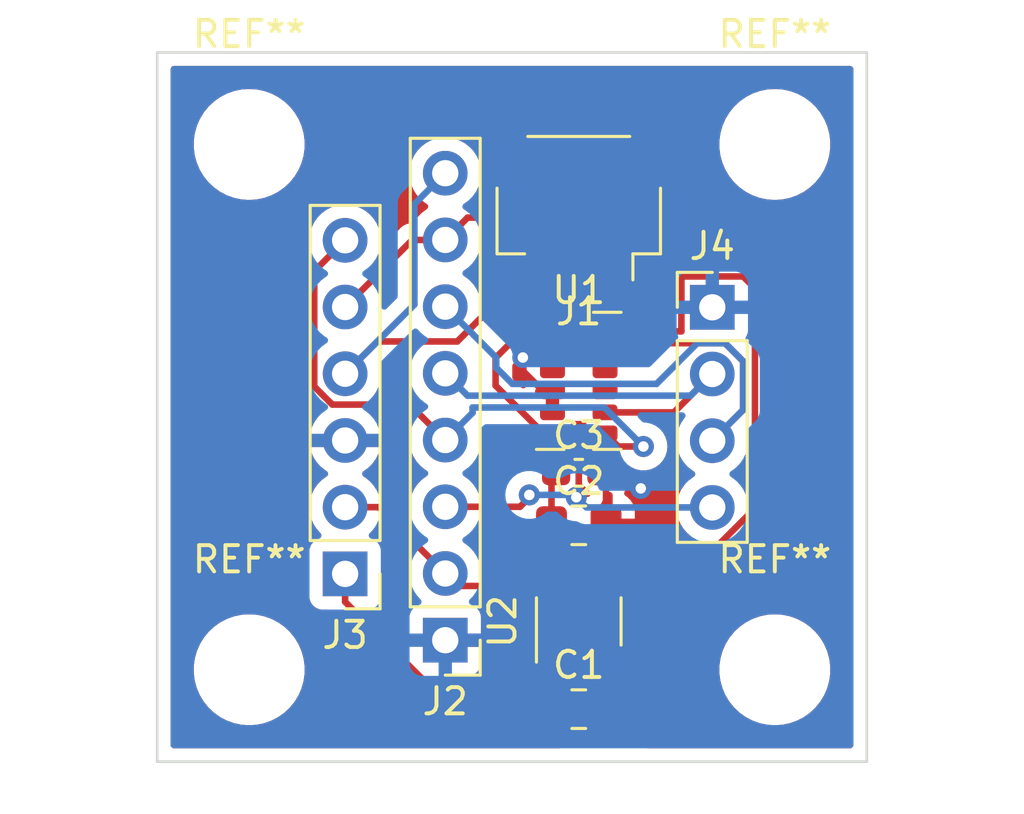
<source format=kicad_pcb>
(kicad_pcb (version 20211014) (generator pcbnew)
  (layers (0 "F.Cu" signal) (31 "B.Cu" signal) (34 "B.Paste" user) (35 "F.Paste" user) (36 "B.SilkS" user "B.Silkscreen") (37 "F.SilkS" user "F.Silkscreen") (38 "B.Mask" user) (39 "F.Mask" user) (44 "Edge.Cuts" user))
  (net 0 "")
  (net 1 "GND")
  (net 2 "SDA")
  (net 3 "SCL")
  (net 7 "Vin")
  (net 8 "3v3")
  (net 9 "CS")
  (net 10 "INT1")
  (net 11 "INT2")
  (net 12 "SDO")
  (footprint "MountingHole:MountingHole_3.2mm_M3" (layer "F.Cu") (at 10 10)
    (fp_text reference "REF**" (at 0 -4.2) (layer "F.SilkS"))
    (fp_text value "MountingHole_3.2mm_M3")
    (pad "" np_thru_hole circle (at 0 0) (size 3.2 3.2) (drill 3.2) (layers *.Cu *.Mask))
  )
  (footprint "Package_TO_SOT_SMD:SOT-23-5_HandSoldering" (layer "F.Cu") (at 2.54 8.16 90)
    (fp_text reference "U2" (at 0 -2.9 90) (layer "F.SilkS"))
    (fp_text value "AP2112K-3.3")
    (fp_line (start -0.9 1.61) (end 0.9 1.61) (layer "F.SilkS") (width 0.12))
    (fp_line (start 0.9 -1.61) (end -1.55 -1.61) (layer "F.SilkS") (width 0.12))
    (pad "1" smd rect (at -1.35 -0.95 90) (size 1.56 0.65) (layers "F.Cu" "F.Paste" "F.Mask") (net 7 "Vin"))
    (pad "2" smd rect (at -1.35 0 90) (size 1.56 0.65) (layers "F.Cu" "F.Paste" "F.Mask") (net 1 "GND"))
    (pad "3" smd rect (at -1.35 0.95 90) (size 1.56 0.65) (layers "F.Cu" "F.Paste" "F.Mask") (net 7 "Vin"))
    (pad "4" smd rect (at 1.35 0.95 90) (size 1.56 0.65) (layers "F.Cu" "F.Paste" "F.Mask"))
    (pad "5" smd rect (at 1.35 -0.95 90) (size 1.56 0.65) (layers "F.Cu" "F.Paste" "F.Mask") (net 8 "3v3"))
  )
  (footprint "Connector_JST:JST_SH_SM04B-SRSS-TB_1x04-1MP_P1.00mm_Horizontal" (layer "F.Cu") (at 2.54 -7.62 180)
    (fp_text reference "J1" (at 0 -3.98) (layer "F.SilkS"))
    (fp_text value "Conn_01x04")
    (fp_line (start 3.11 0.715) (end 3.11 -1.785) (layer "F.SilkS") (width 0.12))
    (fp_line (start -3.11 0.715) (end -3.11 -1.785) (layer "F.SilkS") (width 0.12))
    (fp_line (start 3.11 -1.785) (end 2.06 -1.785) (layer "F.SilkS") (width 0.12))
    (fp_line (start -3.11 -1.785) (end -2.06 -1.785) (layer "F.SilkS") (width 0.12))
    (fp_line (start -1.94 2.685) (end 1.94 2.685) (layer "F.SilkS") (width 0.12))
    (fp_line (start -2.06 -1.785) (end -2.06 -2.775) (layer "F.SilkS") (width 0.12))
    (pad "1" smd roundrect (at -1.5 -2 180) (size 0.6 1.55) (layers "F.Cu" "F.Paste" "F.Mask") (net 1 "GND"))
    (pad "2" smd roundrect (at -0.5 -2 180) (size 0.6 1.55) (layers "F.Cu" "F.Paste" "F.Mask") (net 8 "3v3"))
    (pad "3" smd roundrect (at 0.5 -2 180) (size 0.6 1.55) (layers "F.Cu" "F.Paste" "F.Mask") (net 2 "SDA"))
    (pad "4" smd roundrect (at 1.5 -2 180) (size 0.6 1.55) (layers "F.Cu" "F.Paste" "F.Mask") (net 3 "SCL"))
    (pad "MP" smd roundrect (at -2.8 1.875 180) (size 1.2 1.8) (layers "F.Cu" "F.Paste" "F.Mask") (roundrect_rratio 0.2083333333))
    (pad "MP" smd roundrect (at 2.8 1.875 180) (size 1.2 1.8) (layers "F.Cu" "F.Paste" "F.Mask") (roundrect_rratio 0.2083333333))
  )
  (footprint "Connector_PinHeader_2.54mm:PinHeader_1x08_P2.54mm_Vertical" (layer "F.Cu") (at -2.54 8.875 180)
    (fp_text reference "J2" (at 0 -2.33) (layer "F.SilkS"))
    (fp_text value "Conn_01x08")
    (fp_line (start -1.33 -1.33) (end 0 -1.33) (layer "F.SilkS") (width 0.12))
    (fp_line (start -1.33 19.11) (end 1.33 19.11) (layer "F.SilkS") (width 0.12))
    (fp_line (start -1.33 1.27) (end 1.33 1.27) (layer "F.SilkS") (width 0.12))
    (fp_line (start -1.33 0) (end -1.33 -1.33) (layer "F.SilkS") (width 0.12))
    (fp_line (start -1.33 1.27) (end -1.33 19.11) (layer "F.SilkS") (width 0.12))
    (fp_line (start 1.33 1.27) (end 1.33 19.11) (layer "F.SilkS") (width 0.12))
    (pad "1" thru_hole rect (at 0 0 180) (size 1.7 1.7) (drill 1) (layers *.Cu *.Mask) (net 1 "GND"))
    (pad "2" thru_hole oval (at 0 2.54 180) (size 1.7 1.7) (drill 1) (layers *.Cu *.Mask) (net 8 "3v3"))
    (pad "3" thru_hole oval (at 0 5.08 180) (size 1.7 1.7) (drill 1) (layers *.Cu *.Mask) (net 9 "CS"))
    (pad "4" thru_hole oval (at 0 7.62 180) (size 1.7 1.7) (drill 1) (layers *.Cu *.Mask) (net 10 "INT1"))
    (pad "5" thru_hole oval (at 0 10.16 180) (size 1.7 1.7) (drill 1) (layers *.Cu *.Mask) (net 11 "INT2"))
    (pad "6" thru_hole oval (at 0 12.7 180) (size 1.7 1.7) (drill 1) (layers *.Cu *.Mask) (net 12 "SDO"))
    (pad "7" thru_hole oval (at 0 15.24 180) (size 1.7 1.7) (drill 1) (layers *.Cu *.Mask) (net 2 "SDA"))
    (pad "8" thru_hole oval (at 0 17.78 180) (size 1.7 1.7) (drill 1) (layers *.Cu *.Mask) (net 3 "SCL"))
  )
  (footprint "MountingHole:MountingHole_3.2mm_M3" (layer "F.Cu") (at -10 10)
    (fp_text reference "REF**" (at 0 -4.2) (layer "F.SilkS"))
    (fp_text value "MountingHole_3.2mm_M3")
    (pad "" np_thru_hole circle (at 0 0) (size 3.2 3.2) (drill 3.2) (layers *.Cu *.Mask))
  )
  (footprint "Capacitor_SMD:C_0603_1608Metric_Pad1.08x0.95mm_HandSolder" (layer "F.Cu") (at 2.54 2.5)
    (fp_text reference "C3" (at 0 -1.43) (layer "F.SilkS"))
    (fp_text value "100nf")
    (fp_line (start -0.146267 0.51) (end 0.146267 0.51) (layer "F.SilkS") (width 0.12))
    (fp_line (start -0.146267 -0.51) (end 0.146267 -0.51) (layer "F.SilkS") (width 0.12))
    (pad "1" smd roundrect (at -0.8625 0) (size 1.075 0.95) (layers "F.Cu" "F.Paste" "F.Mask") (net 8 "3v3"))
    (pad "2" smd roundrect (at 0.8625 0) (size 1.075 0.95) (layers "F.Cu" "F.Paste" "F.Mask") (net 1 "GND"))
  )
  (footprint "Capacitor_SMD:C_0805_2012Metric_Pad1.18x1.45mm_HandSolder" (layer "F.Cu") (at 2.54 4.5)
    (fp_text reference "C2" (at 0 -1.68) (layer "F.SilkS"))
    (fp_text value "10uf")
    (fp_line (start -0.261252 -0.735) (end 0.261252 -0.735) (layer "F.SilkS") (width 0.12))
    (fp_line (start -0.261252 0.735) (end 0.261252 0.735) (layer "F.SilkS") (width 0.12))
    (pad "1" smd roundrect (at -1.0375 0) (size 1.175 1.45) (layers "F.Cu" "F.Paste" "F.Mask") (roundrect_rratio 0.2127659574) (net 8 "3v3"))
    (pad "2" smd roundrect (at 1.0375 0) (size 1.175 1.45) (layers "F.Cu" "F.Paste" "F.Mask") (roundrect_rratio 0.2127659574) (net 1 "GND"))
  )
  (footprint "Connector_PinHeader_2.54mm:PinHeader_1x06_P2.54mm_Vertical" (layer "F.Cu") (at -6.35 6.35 180)
    (fp_text reference "J3" (at 0 -2.33) (layer "F.SilkS"))
    (fp_text value "Conn_01x06")
    (fp_line (start -1.33 1.27) (end 1.33 1.27) (layer "F.SilkS") (width 0.12))
    (fp_line (start -1.33 -1.33) (end 0 -1.33) (layer "F.SilkS") (width 0.12))
    (fp_line (start 1.33 1.27) (end 1.33 14.03) (layer "F.SilkS") (width 0.12))
    (fp_line (start -1.33 1.27) (end -1.33 14.03) (layer "F.SilkS") (width 0.12))
    (fp_line (start -1.33 14.03) (end 1.33 14.03) (layer "F.SilkS") (width 0.12))
    (fp_line (start -1.33 0) (end -1.33 -1.33) (layer "F.SilkS") (width 0.12))
    (pad "1" thru_hole rect (at 0 0 180) (size 1.7 1.7) (drill 1) (layers *.Cu *.Mask) (net 7 "Vin"))
    (pad "2" thru_hole oval (at 0 2.54 180) (size 1.7 1.7) (drill 1) (layers *.Cu *.Mask) (net 8 "3v3"))
    (pad "3" thru_hole oval (at 0 5.08 180) (size 1.7 1.7) (drill 1) (layers *.Cu *.Mask) (net 1 "GND"))
    (pad "4" thru_hole oval (at 0 7.62 180) (size 1.7 1.7) (drill 1) (layers *.Cu *.Mask) (net 3 "SCL"))
    (pad "5" thru_hole oval (at 0 10.16 180) (size 1.7 1.7) (drill 1) (layers *.Cu *.Mask) (net 2 "SDA"))
    (pad "6" thru_hole oval (at 0 12.7 180) (size 1.7 1.7) (drill 1) (layers *.Cu *.Mask) (net 10 "INT1"))
  )
  (footprint "MountingHole:MountingHole_3.2mm_M3" (layer "F.Cu") (at -10 -10)
    (fp_text reference "REF**" (at 0 -4.2) (layer "F.SilkS"))
    (fp_text value "MountingHole_3.2mm_M3")
    (pad "" np_thru_hole circle (at 0 0) (size 3.2 3.2) (drill 3.2) (layers *.Cu *.Mask))
  )
  (footprint "Package_LGA:LGA-14_3x5mm_P0.8mm_LayoutBorder1x6y" (layer "F.Cu") (at 2.54 -1)
    (fp_text reference "U1" (at 0 -3.45) (layer "F.SilkS"))
    (fp_text value "ADXL343")
    (fp_line (start 0.56 -2.61) (end 1.61 -2.61) (layer "F.SilkS") (width 0.12))
    (fp_line (start 0.56 2.61) (end 1.61 2.61) (layer "F.SilkS") (width 0.12))
    (fp_line (start -0.56 2.61) (end -1.61 2.61) (layer "F.SilkS") (width 0.12))
    (pad "1" smd roundrect (at -1 -2) (size 0.95 0.6) (layers "F.Cu" "F.Paste" "F.Mask") (net 8 "3v3"))
    (pad "2" smd roundrect (at -1 -1.2) (size 0.95 0.6) (layers "F.Cu" "F.Paste" "F.Mask") (net 1 "GND"))
    (pad "3" smd roundrect (at -1 -0.4) (size 0.95 0.6) (layers "F.Cu" "F.Paste" "F.Mask"))
    (pad "4" smd roundrect (at -1 0.4) (size 0.95 0.6) (layers "F.Cu" "F.Paste" "F.Mask") (net 1 "GND"))
    (pad "5" smd roundrect (at -1 1.2) (size 0.95 0.6) (layers "F.Cu" "F.Paste" "F.Mask") (net 1 "GND"))
    (pad "6" smd roundrect (at -1 2) (size 0.95 0.6) (layers "F.Cu" "F.Paste" "F.Mask") (net 8 "3v3"))
    (pad "7" smd roundrect (at 0 2) (size 0.6 0.95) (layers "F.Cu" "F.Paste" "F.Mask") (net 9 "CS"))
    (pad "8" smd roundrect (at 1 2) (size 0.95 0.6) (layers "F.Cu" "F.Paste" "F.Mask") (net 10 "INT1"))
    (pad "9" smd roundrect (at 1 1.2) (size 0.95 0.6) (layers "F.Cu" "F.Paste" "F.Mask") (net 11 "INT2"))
    (pad "10" smd roundrect (at 1 0.4) (size 0.95 0.6) (layers "F.Cu" "F.Paste" "F.Mask"))
    (pad "11" smd roundrect (at 1 -0.4) (size 0.95 0.6) (layers "F.Cu" "F.Paste" "F.Mask"))
    (pad "12" smd roundrect (at 1 -1.2) (size 0.95 0.6) (layers "F.Cu" "F.Paste" "F.Mask") (net 12 "SDO"))
    (pad "13" smd roundrect (at 1 -2) (size 0.95 0.6) (layers "F.Cu" "F.Paste" "F.Mask") (net 2 "SDA"))
    (pad "14" smd roundrect (at 0 -2) (size 0.6 0.95) (layers "F.Cu" "F.Paste" "F.Mask") (net 3 "SCL"))
  )
  (footprint "Capacitor_SMD:C_0805_2012Metric_Pad1.18x1.45mm_HandSolder" (layer "F.Cu") (at 2.54 11.5)
    (fp_text reference "C1" (at 0 -1.68) (layer "F.SilkS"))
    (fp_text value "10uf")
    (fp_line (start -0.261252 -0.735) (end 0.261252 -0.735) (layer "F.SilkS") (width 0.12))
    (fp_line (start -0.261252 0.735) (end 0.261252 0.735) (layer "F.SilkS") (width 0.12))
    (pad "1" smd roundrect (at -1.0375 0) (size 1.175 1.45) (layers "F.Cu" "F.Paste" "F.Mask") (roundrect_rratio 0.2127659574) (net 7 "Vin"))
    (pad "2" smd roundrect (at 1.0375 0) (size 1.175 1.45) (layers "F.Cu" "F.Paste" "F.Mask") (roundrect_rratio 0.2127659574) (net 1 "GND"))
  )
  (footprint "MountingHole:MountingHole_3.2mm_M3" (layer "F.Cu") (at 10 -10)
    (fp_text reference "REF**" (at 0 -4.2) (layer "F.SilkS"))
    (fp_text value "MountingHole_3.2mm_M3")
    (pad "" np_thru_hole circle (at 0 0) (size 3.2 3.2) (drill 3.2) (layers *.Cu *.Mask))
  )
  (footprint "Connector_PinHeader_2.54mm:PinHeader_1x04_P2.54mm_Vertical" (layer "F.Cu") (at 7.62 -3.8)
    (fp_text reference "J4" (at 0 -2.33) (layer "F.SilkS"))
    (fp_text value "Conn_01x04")
    (fp_line (start -1.33 -1.33) (end 0 -1.33) (layer "F.SilkS") (width 0.12))
    (fp_line (start -1.33 1.27) (end -1.33 8.95) (layer "F.SilkS") (width 0.12))
    (fp_line (start 1.33 1.27) (end 1.33 8.95) (layer "F.SilkS") (width 0.12))
    (fp_line (start -1.33 0) (end -1.33 -1.33) (layer "F.SilkS") (width 0.12))
    (fp_line (start -1.33 1.27) (end 1.33 1.27) (layer "F.SilkS") (width 0.12))
    (fp_line (start -1.33 8.95) (end 1.33 8.95) (layer "F.SilkS") (width 0.12))
    (pad "1" thru_hole rect (at 0 0) (size 1.7 1.7) (drill 1) (layers *.Cu *.Mask) (net 1 "GND"))
    (pad "2" thru_hole oval (at 0 2.54) (size 1.7 1.7) (drill 1) (layers *.Cu *.Mask) (net 11 "INT2"))
    (pad "3" thru_hole oval (at 0 5.08) (size 1.7 1.7) (drill 1) (layers *.Cu *.Mask) (net 12 "SDO"))
    (pad "4" thru_hole oval (at 0 7.62) (size 1.7 1.7) (drill 1) (layers *.Cu *.Mask) (net 9 "CS"))
  )
  (gr_line (start -13.5 13.5) (end -13.5 -13.5) (layer "Edge.Cuts") (width 0.1))
  (gr_line (start -13.5 -13.5) (end 13.5 -13.5) (layer "Edge.Cuts") (width 0.1))
  (gr_line (start 13.5 -13.5) (end 13.5 13.5) (layer "Edge.Cuts") (width 0.1))
  (gr_line (start 13.5 13.5) (end -13.5 13.5) (layer "Edge.Cuts") (width 0.1))
  (segment (start 1.193928 -0.6) (end 0.412299 -1.381629) (width 0.25) (layer "F.Cu") (net 1))
  (segment (start 3.5775 4.5) (end 3.5775 2.675) (width 0.25) (layer "F.Cu") (net 1))
  (segment (start 3.5775 2.675) (end 3.4025 2.5) (width 0.25) (layer "F.Cu") (net 1))
  (segment (start 3.4025 2.5) (end 4.2 2.5) (width 0.25) (layer "F.Cu") (net 1))
  (segment (start 0.412299 -1.381629) (end 0.412299 -1.887701) (width 0.25) (layer "F.Cu") (net 1))
  (segment (start 1.54 -0.6) (end 1.886072 -0.6) (width 0.25) (layer "F.Cu") (net 1))
  (segment (start 4.9 3.2) (end 4.9 3.0955) (width 0.25) (layer "F.Cu") (net 1))
  (segment (start 0.3 -2) (end 0.412299 -1.887701) (width 0.25) (layer "F.Cu") (net 1))
  (segment (start 1.54 -0.6) (end 1.54 0.2) (width 0.25) (layer "F.Cu") (net 1))
  (segment (start 0.5 -2.2) (end 0.3 -2) (width 0.25) (layer "F.Cu") (net 1))
  (segment (start 1.54 -2.2) (end 0.5 -2.2) (width 0.25) (layer "F.Cu") (net 1))
  (segment (start 4.2 2.5) (end 4.9 3.2) (width 0.25) (layer "F.Cu") (net 1))
  (segment (start 1.54 -0.6) (end 1.193928 -0.6) (width 0.25) (layer "F.Cu") (net 1))
  (segment (start 1 -0.6) (end 1.54 -0.6) (width 0.25) (layer "F.Cu") (net 1))
  (via (at 0.412299 -1.887701) (size 0.8) (drill 0.4) (layers "F.Cu" "B.Cu") (net 1))
  (via (at 4.9 3.0955) (size 0.8) (drill 0.4) (layers "F.Cu" "B.Cu") (net 1))
  (segment (start 3.54 -3) (end 3.54 -3.673928) (width 0.25) (layer "F.Cu") (net 2))
  (segment (start 3.54 -3.673928) (end 2.04 -5.173928) (width 0.25) (layer "F.Cu") (net 2))
  (segment (start 2.04 -6.066072) (end 0.891072 -7.215) (width 0.25) (layer "F.Cu") (net 2))
  (segment (start 0.891072 -7.215) (end -1.69 -7.215) (width 0.25) (layer "F.Cu") (net 2))
  (segment (start -2.54 -6.365) (end -3.795 -6.365) (width 0.25) (layer "F.Cu") (net 2))
  (segment (start -1.69 -7.215) (end -2.54 -6.365) (width 0.25) (layer "F.Cu") (net 2))
  (segment (start -3.795 -6.365) (end -6.35 -3.81) (width 0.25) (layer "F.Cu") (net 2))
  (segment (start 2.04 -5.173928) (end 2.04 -5.62) (width 0.25) (layer "F.Cu") (net 2))
  (segment (start 2.04 -5.62) (end 2.04 -6.066072) (width 0.25) (layer "F.Cu") (net 2))
  (segment (start 2.54 -3.673928) (end 1.04 -5.173928) (width 0.25) (layer "F.Cu") (net 3))
  (segment (start 2.54 -3) (end 2.54 -3.673928) (width 0.25) (layer "F.Cu") (net 3))
  (segment (start 1.04 -5.62) (end -2.08 -2.5) (width 0.25) (layer "F.Cu") (net 3))
  (segment (start -5.12 -2.5) (end -6.35 -1.27) (width 0.25) (layer "F.Cu") (net 3))
  (segment (start 1.04 -5.173928) (end 1.04 -5.62) (width 0.25) (layer "F.Cu") (net 3))
  (segment (start -2.08 -2.5) (end -5.12 -2.5) (width 0.25) (layer "F.Cu") (net 3))
  (segment (start -6.35 -1.27) (end -3.714511 -3.905489) (width 0.25) (layer "B.Cu") (net 3))
  (segment (start -3.714511 -3.905489) (end -3.714511 -7.730489) (width 0.25) (layer "B.Cu") (net 3))
  (segment (start -3.714511 -7.730489) (end -2.54 -8.905) (width 0.25) (layer "B.Cu") (net 3))
  (segment (start -6.35 6.35) (end -6.35 7.414022) (width 0.25) (layer "F.Cu") (net 7))
  (segment (start 1.5025 9.5975) (end 1.59 9.51) (width 0.25) (layer "F.Cu") (net 7))
  (segment (start 4.48952 10.50952) (end 4.48952 12.51048) (width 0.25) (layer "F.Cu") (net 7))
  (segment (start 3.49 9.51) (end 4.48952 10.50952) (width 0.25) (layer "F.Cu") (net 7))
  (segment (start -2.264022 11.5) (end 1.5025 11.5) (width 0.25) (layer "F.Cu") (net 7))
  (segment (start 1.5025 11.5) (end 1.5025 9.5975) (width 0.25) (layer "F.Cu") (net 7))
  (segment (start -6.35 7.414022) (end -2.264022 11.5) (width 0.25) (layer "F.Cu") (net 7))
  (segment (start 2.55202 12.54952) (end 1.5025 11.5) (width 0.25) (layer "F.Cu") (net 7))
  (segment (start 4.48952 12.51048) (end 4.45048 12.54952) (width 0.25) (layer "F.Cu") (net 7))
  (segment (start 4.45048 12.54952) (end 2.55202 12.54952) (width 0.25) (layer "F.Cu") (net 7))
  (segment (start -2.54 6.335) (end -5.065 3.81) (width 0.25) (layer "F.Cu") (net 8))
  (segment (start 3.04 -5.62) (end 3.04 -5.173928) (width 0.25) (layer "F.Cu") (net 8))
  (segment (start 9.244031 3.856979) (end 7.395521 5.705489) (width 0.25) (layer "F.Cu") (net 8))
  (segment (start 7.395521 5.705489) (end 2.694511 5.705489) (width 0.25) (layer "F.Cu") (net 8))
  (segment (start 1.193928 1) (end -0.624511 -0.818439) (width 0.25) (layer "F.Cu") (net 8))
  (segment (start 8.794511 -4.974511) (end 9.244031 -4.524991) (width 0.25) (layer "F.Cu") (net 8))
  (segment (start 0.5 -3) (end 1.54 -3) (width 0.25) (layer "F.Cu") (net 8))
  (segment (start 1.5025 4.5) (end 1.5025 2.675) (width 0.25) (layer "F.Cu") (net 8))
  (segment (start 3.04 -5.173928) (end 5.329897 -2.884031) (width 0.25) (layer "F.Cu") (net 8))
  (segment (start 6.445489 -4.974511) (end 8.794511 -4.974511) (width 0.25) (layer "F.Cu") (net 8))
  (segment (start 1.59 6.81) (end -2.065 6.81) (width 0.25) (layer "F.Cu") (net 8))
  (segment (start 5.329897 -2.884031) (end 6.445489 -2.884031) (width 0.25) (layer "F.Cu") (net 8))
  (segment (start 9.244031 -4.524991) (end 9.244031 3.856979) (width 0.25) (layer "F.Cu") (net 8))
  (segment (start -0.624511 -1.875489) (end 0.5 -3) (width 0.25) (layer "F.Cu") (net 8))
  (segment (start 6.445489 -2.884031) (end 6.445489 -4.974511) (width 0.25) (layer "F.Cu") (net 8))
  (segment (start 1.6775 1.1375) (end 1.54 1) (width 0.25) (layer "F.Cu") (net 8))
  (segment (start 1.5025 2.675) (end 1.6775 2.5) (width 0.25) (layer "F.Cu") (net 8))
  (segment (start -2.065 6.81) (end -2.54 6.335) (width 0.25) (layer "F.Cu") (net 8))
  (segment (start -5.065 3.81) (end -6.35 3.81) (width 0.25) (layer "F.Cu") (net 8))
  (segment (start 1.6775 2.5) (end 1.6775 1.1375) (width 0.25) (layer "F.Cu") (net 8))
  (segment (start 1.59 4.5875) (end 1.5025 4.5) (width 0.25) (layer "F.Cu") (net 8))
  (segment (start 2.694511 5.705489) (end 1.59 6.81) (width 0.25) (layer "F.Cu") (net 8))
  (segment (start 1.54 1) (end 1.193928 1) (width 0.25) (layer "F.Cu") (net 8))
  (segment (start -0.624511 -0.818439) (end -0.624511 -1.875489) (width 0.25) (layer "F.Cu") (net 8))
  (segment (start 1.59 6.81) (end 1.59 4.5875) (width 0.25) (layer "F.Cu") (net 8))
  (segment (start 0.305 3.795) (end 0.7 3.4) (width 0.25) (layer "F.Cu") (net 9))
  (segment (start 2.54 2.969816) (end 2.54 2.04) (width 0.25) (layer "F.Cu") (net 9))
  (segment (start 0.7 3.4) (end 0.65792 3.35792) (width 0.25) (layer "F.Cu") (net 9))
  (segment (start -2.54 3.795) (end 0.305 3.795) (width 0.25) (layer "F.Cu") (net 9))
  (segment (start 7.62 3.82) (end 7.09952 3.29952) (width 0.25) (layer "F.Cu") (net 9))
  (segment (start 2.54 2.04) (end 2.54 1) (width 0.25) (layer "F.Cu") (net 9))
  (segment (start 0.65792 3.35792) (end 0.65792 3.343442) (width 0.25) (layer "F.Cu") (net 9))
  (segment (start 2.869704 3.29952) (end 2.54 2.969816) (width 0.25) (layer "F.Cu") (net 9))
  (segment (start 2.446841 3.43053) (end 2.54 3.337371) (width 0.25) (layer "F.Cu") (net 9))
  (segment (start 2.54 3.337371) (end 2.54 2.04) (width 0.25) (layer "F.Cu") (net 9))
  (via (at 2.446841 3.43053) (size 0.8) (drill 0.4) (layers "F.Cu" "B.Cu") (net 9))
  (via (at 0.65792 3.343442) (size 0.8) (drill 0.4) (layers "F.Cu" "B.Cu") (net 9))
  (segment (start 2.33053 3.43053) (end 2.446841 3.43053) (width 0.25) (layer "B.Cu") (net 9))
  (segment (start 0.65792 3.343442) (end 2.243442 3.343442) (width 0.25) (layer "B.Cu") (net 9))
  (segment (start 2.243442 3.343442) (end 2.33053 3.43053) (width 0.25) (layer "B.Cu") (net 9))
  (segment (start 2.836311 3.82) (end 2.446841 3.43053) (width 0.25) (layer "B.Cu") (net 9))
  (segment (start 7.595 3.795) (end 7.62 3.82) (width 0.25) (layer "B.Cu") (net 9))
  (segment (start 7.62 3.82) (end 2.836311 3.82) (width 0.25) (layer "B.Cu") (net 9))
  (segment (start 5 1.5) (end 4.04 1.5) (width 0.25) (layer "F.Cu") (net 10))
  (segment (start -7.524511 -5.175489) (end -7.524511 -0.783501) (width 0.25) (layer "F.Cu") (net 10))
  (segment (start 4.04 1.5) (end 3.54 1) (width 0.25) (layer "F.Cu") (net 10))
  (segment (start -7.524511 -0.783501) (end -6.836499 -0.095489) (width 0.25) (layer "F.Cu") (net 10))
  (segment (start -3.890489 -0.095489) (end -2.54 1.255) (width 0.25) (layer "F.Cu") (net 10))
  (segment (start -6.35 -6.35) (end -7.524511 -5.175489) (width 0.25) (layer "F.Cu") (net 10))
  (segment (start -6.836499 -0.095489) (end -3.890489 -0.095489) (width 0.25) (layer "F.Cu") (net 10))
  (via (at 5 1.5) (size 0.8) (drill 0.4) (layers "F.Cu" "B.Cu") (net 10))
  (segment (start 3.51452 0.01452) (end -1.5 0.01452) (width 0.25) (layer "B.Cu") (net 10))
  (segment (start 5 1.5) (end 3.51452 0.01452) (width 0.25) (layer "B.Cu") (net 10))
  (segment (start -1.5 0.01452) (end -1.5 0.215) (width 0.25) (layer "B.Cu") (net 10))
  (segment (start -1.5 0.215) (end -2.54 1.255) (width 0.25) (layer "B.Cu") (net 10))
  (segment (start 3.54 0.2) (end 6.16 0.2) (width 0.25) (layer "F.Cu") (net 11))
  (segment (start 6.16 0.2) (end 7.62 -1.26) (width 0.25) (layer "F.Cu") (net 11))
  (segment (start 6.795 -0.435) (end 7.62 -1.26) (width 0.25) (layer "B.Cu") (net 11))
  (segment (start -2.54 -1.285) (end -1.69 -0.435) (width 0.25) (layer "B.Cu") (net 11))
  (segment (start 7.595 -1.285) (end 7.62 -1.26) (width 0.25) (layer "B.Cu") (net 11))
  (segment (start -1.69 -0.435) (end 6.795 -0.435) (width 0.25) (layer "B.Cu") (net 11))
  (segment (start 4.17548 -2.2) (end 3.54 -2.2) (width 0.25) (layer "F.Cu") (net 12))
  (segment (start 4.409991 -2.434511) (end 4.17548 -2.2) (width 0.25) (layer "F.Cu") (net 12))
  (segment (start 8.106499 -2.434511) (end 4.409991 -2.434511) (width 0.25) (layer "F.Cu") (net 12))
  (segment (start 8.794511 -1.746499) (end 8.106499 -2.434511) (width 0.25) (layer "F.Cu") (net 12))
  (segment (start 8.794511 0.105489) (end 8.794511 -1.746499) (width 0.25) (layer "F.Cu") (net 12))
  (segment (start 7.62 1.28) (end 8.794511 0.105489) (width 0.25) (layer "F.Cu") (net 12))
  (segment (start 7.62 1.28) (end 8.794511 0.105489) (width 0.25) (layer "B.Cu") (net 12))
  (segment (start 8.794511 -1.746499) (end 8.106499 -2.434511) (width 0.25) (layer "B.Cu") (net 12))
  (segment (start 7.049991 -2.434511) (end 5.5 -0.88452) (width 0.25) (layer "B.Cu") (net 12))
  (segment (start 8.794511 0.105489) (end 8.794511 -1.746499) (width 0.25) (layer "B.Cu") (net 12))
  (segment (start -0.6 -1.885) (end -2.54 -3.825) (width 0.25) (layer "B.Cu") (net 12))
  (segment (start 8.106499 -2.434511) (end 7.049991 -2.434511) (width 0.25) (layer "B.Cu") (net 12))
  (segment (start -0.6 -1.5) (end -0.6 -1.885) (width 0.25) (layer "B.Cu") (net 12))
  (segment (start 5.5 -0.88452) (end 0.01548 -0.88452) (width 0.25) (layer "B.Cu") (net 12))
  (segment (start 0.01548 -0.88452) (end -0.6 -1.5) (width 0.25) (layer "B.Cu") (net 12))
  (zone (net 1) (net_name "GND") (layers F&B.Cu) (connect_pads (clearance 0.508)) (min_thickness 0.254) (fill yes (thermal_gap 0.508) (thermal_bridge_width 0.508))
    (polygon (pts (xy 14.5 15.5) (xy -15 15.5) (xy -15 -15.5) (xy 14.5 -15.5)))
  )
)
</source>
